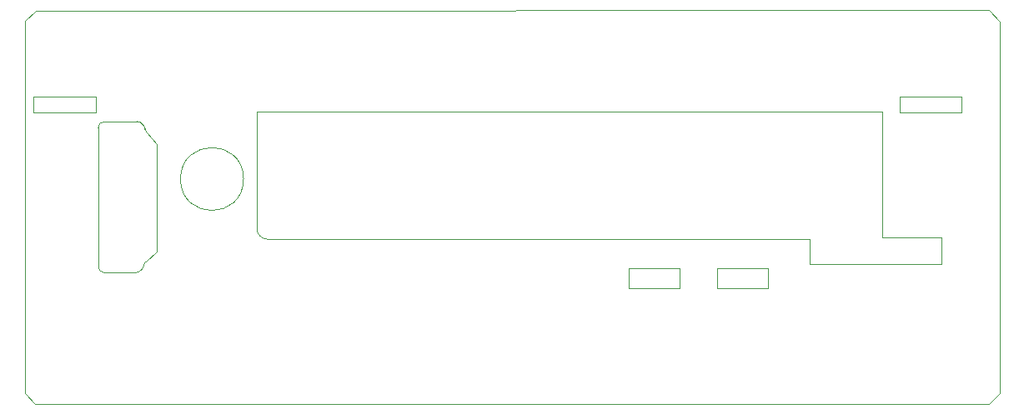
<source format=gbr>
%TF.GenerationSoftware,KiCad,Pcbnew,(5.1.12)-1*%
%TF.CreationDate,2022-03-08T20:54:57+00:00*%
%TF.ProjectId,RGBtoHDMI CDTV v2 - Face Plate,52474274-6f48-4444-9d49-204344545620,1*%
%TF.SameCoordinates,Original*%
%TF.FileFunction,Profile,NP*%
%FSLAX46Y46*%
G04 Gerber Fmt 4.6, Leading zero omitted, Abs format (unit mm)*
G04 Created by KiCad (PCBNEW (5.1.12)-1) date 2022-03-08 20:54:57*
%MOMM*%
%LPD*%
G01*
G04 APERTURE LIST*
%TA.AperFunction,Profile*%
%ADD10C,0.050000*%
%TD*%
G04 APERTURE END LIST*
D10*
X92227000Y-77139800D02*
G75*
G03*
X92227000Y-77139800I-3200000J0D01*
G01*
X94615000Y-83235800D02*
G75*
G02*
X93599000Y-82219800I0J1016000D01*
G01*
X81915000Y-86305269D02*
X82071981Y-85902800D01*
X81280000Y-86664800D02*
G75*
G03*
X81915000Y-86305269I0J740531D01*
G01*
X82299682Y-85526351D02*
G75*
G03*
X82071981Y-85902800I407299J-503449D01*
G01*
X82426682Y-72436249D02*
G75*
G02*
X82198981Y-72059800I407299J503449D01*
G01*
X81407000Y-71297800D02*
G75*
G02*
X82042000Y-71657331I0J-740531D01*
G01*
X78105000Y-86664800D02*
G75*
G02*
X77470000Y-86029800I0J635000D01*
G01*
X77470000Y-71932800D02*
G75*
G02*
X78105000Y-71297800I635000J0D01*
G01*
X82426682Y-72436249D02*
X83439000Y-73583800D01*
X82042000Y-71657331D02*
X82198981Y-72059800D01*
X83439000Y-84505800D02*
X82299682Y-85526351D01*
X83439000Y-84505800D02*
X83439000Y-73583800D01*
X81280000Y-86664800D02*
X78105000Y-86664800D01*
X81407000Y-71297800D02*
X78105000Y-71297800D01*
X77470000Y-86029800D02*
X77470000Y-71932800D01*
X163068000Y-83108800D02*
X163068000Y-85775800D01*
X163068000Y-85775800D02*
X149733000Y-85775800D01*
X163068000Y-83108800D02*
X157099000Y-83108800D01*
X149733000Y-83235800D02*
X149733000Y-85775800D01*
X145465800Y-86220300D02*
X140284200Y-86220300D01*
X145465800Y-88226900D02*
X145465800Y-86220300D01*
X140284200Y-88226900D02*
X145465800Y-88226900D01*
X140284200Y-86220300D02*
X140284200Y-88226900D01*
X136525000Y-86207600D02*
X131343400Y-86207600D01*
X136525000Y-88214200D02*
X136525000Y-86207600D01*
X131343400Y-88214200D02*
X136525000Y-88214200D01*
X131343400Y-86207600D02*
X131343400Y-88214200D01*
X165150800Y-68795900D02*
X158851600Y-68795900D01*
X165150800Y-70396100D02*
X165150800Y-68795900D01*
X158851600Y-70396100D02*
X165150800Y-70396100D01*
X158851600Y-68795900D02*
X158851600Y-70396100D01*
X77216000Y-68808600D02*
X70916800Y-68808600D01*
X77216000Y-70408800D02*
X77216000Y-68808600D01*
X70916800Y-70408800D02*
X77216000Y-70408800D01*
X70916800Y-68808600D02*
X70916800Y-70408800D01*
X149733000Y-83235800D02*
X94615000Y-83235800D01*
X157099000Y-70281800D02*
X157099000Y-83108800D01*
X93599000Y-70281800D02*
X157099000Y-70281800D01*
X93599000Y-82219800D02*
X93599000Y-70281800D01*
X70002400Y-98882200D02*
X71081900Y-99999800D01*
X168998900Y-98920300D02*
X167881300Y-99999800D01*
X168998900Y-61112400D02*
X167919400Y-59994800D01*
X70002400Y-61087000D02*
X71120000Y-60007500D01*
X168998900Y-61112400D02*
X168998900Y-98920300D01*
X71081900Y-99999800D02*
X167881300Y-99999800D01*
X71120000Y-60007500D02*
X167919400Y-59994800D01*
X70002400Y-61087000D02*
X70002400Y-98882200D01*
M02*

</source>
